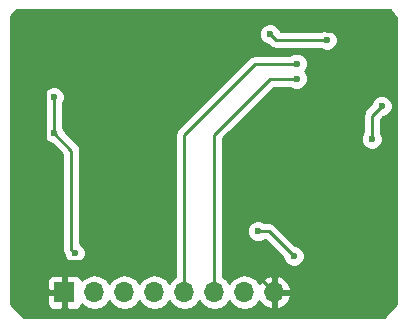
<source format=gbl>
G04 #@! TF.FileFunction,Copper,L2,Bot,Signal*
%FSLAX46Y46*%
G04 Gerber Fmt 4.6, Leading zero omitted, Abs format (unit mm)*
G04 Created by KiCad (PCBNEW 4.0.7) date Friday, February 23, 2018 'PMt' 12:04:00 PM*
%MOMM*%
%LPD*%
G01*
G04 APERTURE LIST*
%ADD10C,0.100000*%
%ADD11R,1.700000X1.700000*%
%ADD12O,1.700000X1.700000*%
%ADD13C,0.600000*%
%ADD14C,0.250000*%
%ADD15C,0.254000*%
G04 APERTURE END LIST*
D10*
D11*
X106807000Y-116332000D03*
D12*
X109347000Y-116332000D03*
X111887000Y-116332000D03*
X114427000Y-116332000D03*
X116967000Y-116332000D03*
X119507000Y-116332000D03*
X122047000Y-116332000D03*
X124587000Y-116332000D03*
D13*
X133223000Y-94234000D03*
X128016000Y-93218000D03*
X123444000Y-93218000D03*
X118618000Y-96266000D03*
X115570000Y-113284000D03*
X122174000Y-113284000D03*
X111760000Y-112776000D03*
X105156000Y-113284000D03*
X105156000Y-107188000D03*
X104902000Y-94234000D03*
X104902000Y-98044000D03*
X123190000Y-111175000D03*
X126238000Y-113284000D03*
X126475000Y-98255000D03*
X126475000Y-96985000D03*
X133665000Y-100584000D03*
X132842000Y-103378000D03*
X129032000Y-94996000D03*
X124206000Y-94488000D03*
X107696000Y-113030000D03*
X105918000Y-99822000D03*
X105918000Y-102870000D03*
D14*
X128016000Y-93218000D02*
X129032000Y-94234000D01*
X129032000Y-94234000D02*
X133223000Y-94234000D01*
X121666000Y-93218000D02*
X123444000Y-93218000D01*
X118618000Y-96266000D02*
X121666000Y-93218000D01*
X115570000Y-113284000D02*
X112268000Y-113284000D01*
X112268000Y-113284000D02*
X111760000Y-112776000D01*
X124587000Y-116332000D02*
X122174000Y-113919000D01*
X122174000Y-113919000D02*
X122174000Y-113284000D01*
X111760000Y-112776000D02*
X110880999Y-113655001D01*
X110880999Y-113655001D02*
X105527001Y-113655001D01*
X105527001Y-113655001D02*
X105455999Y-113583999D01*
X105455999Y-113583999D02*
X105156000Y-113284000D01*
X105156000Y-113284000D02*
X105156000Y-107188000D01*
X105156000Y-107188000D02*
X105156000Y-98298000D01*
X105156000Y-98298000D02*
X104902000Y-98044000D01*
X104902000Y-98044000D02*
X104902000Y-94234000D01*
X126238000Y-113284000D02*
X124129000Y-111175000D01*
X124129000Y-111175000D02*
X123190000Y-111175000D01*
X119507000Y-116332000D02*
X119507000Y-102997000D01*
X119507000Y-102997000D02*
X124249000Y-98255000D01*
X124249000Y-98255000D02*
X126475000Y-98255000D01*
X122936000Y-97028000D02*
X126432000Y-97028000D01*
X126432000Y-97028000D02*
X126475000Y-96985000D01*
X116967000Y-102997000D02*
X122936000Y-97028000D01*
X116967000Y-116332000D02*
X116967000Y-102997000D01*
X132842000Y-103378000D02*
X132842000Y-101407000D01*
X132842000Y-101407000D02*
X133665000Y-100584000D01*
X124206000Y-94488000D02*
X124714000Y-94996000D01*
X124714000Y-94996000D02*
X129032000Y-94996000D01*
X107396001Y-112730001D02*
X107396001Y-104348001D01*
X107396001Y-104348001D02*
X105918000Y-102870000D01*
X107696000Y-113030000D02*
X107396001Y-112730001D01*
X105918000Y-102870000D02*
X105918000Y-99822000D01*
D15*
G36*
X134369740Y-92418654D02*
X134926000Y-93160333D01*
X134926000Y-117370394D01*
X133880394Y-118416000D01*
X103355606Y-118416000D01*
X102310000Y-117370394D01*
X102310000Y-116617750D01*
X105322000Y-116617750D01*
X105322000Y-117308309D01*
X105418673Y-117541698D01*
X105597301Y-117720327D01*
X105830690Y-117817000D01*
X106521250Y-117817000D01*
X106680000Y-117658250D01*
X106680000Y-116459000D01*
X105480750Y-116459000D01*
X105322000Y-116617750D01*
X102310000Y-116617750D01*
X102310000Y-115355691D01*
X105322000Y-115355691D01*
X105322000Y-116046250D01*
X105480750Y-116205000D01*
X106680000Y-116205000D01*
X106680000Y-115005750D01*
X106934000Y-115005750D01*
X106934000Y-116205000D01*
X106954000Y-116205000D01*
X106954000Y-116459000D01*
X106934000Y-116459000D01*
X106934000Y-117658250D01*
X107092750Y-117817000D01*
X107783310Y-117817000D01*
X108016699Y-117720327D01*
X108195327Y-117541698D01*
X108267597Y-117367223D01*
X108296946Y-117411147D01*
X108778715Y-117733054D01*
X109347000Y-117846093D01*
X109915285Y-117733054D01*
X110397054Y-117411147D01*
X110617000Y-117081974D01*
X110836946Y-117411147D01*
X111318715Y-117733054D01*
X111887000Y-117846093D01*
X112455285Y-117733054D01*
X112937054Y-117411147D01*
X113157000Y-117081974D01*
X113376946Y-117411147D01*
X113858715Y-117733054D01*
X114427000Y-117846093D01*
X114995285Y-117733054D01*
X115477054Y-117411147D01*
X115697000Y-117081974D01*
X115916946Y-117411147D01*
X116398715Y-117733054D01*
X116967000Y-117846093D01*
X117535285Y-117733054D01*
X118017054Y-117411147D01*
X118237000Y-117081974D01*
X118456946Y-117411147D01*
X118938715Y-117733054D01*
X119507000Y-117846093D01*
X120075285Y-117733054D01*
X120557054Y-117411147D01*
X120777000Y-117081974D01*
X120996946Y-117411147D01*
X121478715Y-117733054D01*
X122047000Y-117846093D01*
X122615285Y-117733054D01*
X123097054Y-117411147D01*
X123324702Y-117070447D01*
X123391817Y-117213358D01*
X123820076Y-117603645D01*
X124230110Y-117773476D01*
X124460000Y-117652155D01*
X124460000Y-116459000D01*
X124714000Y-116459000D01*
X124714000Y-117652155D01*
X124943890Y-117773476D01*
X125353924Y-117603645D01*
X125782183Y-117213358D01*
X126028486Y-116688892D01*
X125907819Y-116459000D01*
X124714000Y-116459000D01*
X124460000Y-116459000D01*
X124440000Y-116459000D01*
X124440000Y-116205000D01*
X124460000Y-116205000D01*
X124460000Y-115011845D01*
X124714000Y-115011845D01*
X124714000Y-116205000D01*
X125907819Y-116205000D01*
X126028486Y-115975108D01*
X125782183Y-115450642D01*
X125353924Y-115060355D01*
X124943890Y-114890524D01*
X124714000Y-115011845D01*
X124460000Y-115011845D01*
X124230110Y-114890524D01*
X123820076Y-115060355D01*
X123391817Y-115450642D01*
X123324702Y-115593553D01*
X123097054Y-115252853D01*
X122615285Y-114930946D01*
X122047000Y-114817907D01*
X121478715Y-114930946D01*
X120996946Y-115252853D01*
X120777000Y-115582026D01*
X120557054Y-115252853D01*
X120267000Y-115059046D01*
X120267000Y-111360167D01*
X122254838Y-111360167D01*
X122396883Y-111703943D01*
X122659673Y-111967192D01*
X123003201Y-112109838D01*
X123375167Y-112110162D01*
X123718943Y-111968117D01*
X123752118Y-111935000D01*
X123814198Y-111935000D01*
X125302878Y-113423680D01*
X125302838Y-113469167D01*
X125444883Y-113812943D01*
X125707673Y-114076192D01*
X126051201Y-114218838D01*
X126423167Y-114219162D01*
X126766943Y-114077117D01*
X127030192Y-113814327D01*
X127172838Y-113470799D01*
X127173162Y-113098833D01*
X127031117Y-112755057D01*
X126768327Y-112491808D01*
X126424799Y-112349162D01*
X126377923Y-112349121D01*
X124666401Y-110637599D01*
X124419839Y-110472852D01*
X124129000Y-110415000D01*
X123752463Y-110415000D01*
X123720327Y-110382808D01*
X123376799Y-110240162D01*
X123004833Y-110239838D01*
X122661057Y-110381883D01*
X122397808Y-110644673D01*
X122255162Y-110988201D01*
X122254838Y-111360167D01*
X120267000Y-111360167D01*
X120267000Y-103563167D01*
X131906838Y-103563167D01*
X132048883Y-103906943D01*
X132311673Y-104170192D01*
X132655201Y-104312838D01*
X133027167Y-104313162D01*
X133370943Y-104171117D01*
X133634192Y-103908327D01*
X133776838Y-103564799D01*
X133777162Y-103192833D01*
X133635117Y-102849057D01*
X133602000Y-102815882D01*
X133602000Y-101721802D01*
X133804680Y-101519122D01*
X133850167Y-101519162D01*
X134193943Y-101377117D01*
X134457192Y-101114327D01*
X134599838Y-100770799D01*
X134600162Y-100398833D01*
X134458117Y-100055057D01*
X134195327Y-99791808D01*
X133851799Y-99649162D01*
X133479833Y-99648838D01*
X133136057Y-99790883D01*
X132872808Y-100053673D01*
X132730162Y-100397201D01*
X132730121Y-100444077D01*
X132304599Y-100869599D01*
X132139852Y-101116161D01*
X132082000Y-101407000D01*
X132082000Y-102815537D01*
X132049808Y-102847673D01*
X131907162Y-103191201D01*
X131906838Y-103563167D01*
X120267000Y-103563167D01*
X120267000Y-103311802D01*
X124563802Y-99015000D01*
X125912537Y-99015000D01*
X125944673Y-99047192D01*
X126288201Y-99189838D01*
X126660167Y-99190162D01*
X127003943Y-99048117D01*
X127267192Y-98785327D01*
X127409838Y-98441799D01*
X127410162Y-98069833D01*
X127268117Y-97726057D01*
X127162290Y-97620046D01*
X127267192Y-97515327D01*
X127409838Y-97171799D01*
X127410162Y-96799833D01*
X127268117Y-96456057D01*
X127005327Y-96192808D01*
X126661799Y-96050162D01*
X126289833Y-96049838D01*
X125946057Y-96191883D01*
X125869807Y-96268000D01*
X122936000Y-96268000D01*
X122645161Y-96325852D01*
X122398599Y-96490599D01*
X116429599Y-102459599D01*
X116264852Y-102706161D01*
X116207000Y-102997000D01*
X116207000Y-115059046D01*
X115916946Y-115252853D01*
X115697000Y-115582026D01*
X115477054Y-115252853D01*
X114995285Y-114930946D01*
X114427000Y-114817907D01*
X113858715Y-114930946D01*
X113376946Y-115252853D01*
X113157000Y-115582026D01*
X112937054Y-115252853D01*
X112455285Y-114930946D01*
X111887000Y-114817907D01*
X111318715Y-114930946D01*
X110836946Y-115252853D01*
X110617000Y-115582026D01*
X110397054Y-115252853D01*
X109915285Y-114930946D01*
X109347000Y-114817907D01*
X108778715Y-114930946D01*
X108296946Y-115252853D01*
X108267597Y-115296777D01*
X108195327Y-115122302D01*
X108016699Y-114943673D01*
X107783310Y-114847000D01*
X107092750Y-114847000D01*
X106934000Y-115005750D01*
X106680000Y-115005750D01*
X106521250Y-114847000D01*
X105830690Y-114847000D01*
X105597301Y-114943673D01*
X105418673Y-115122302D01*
X105322000Y-115355691D01*
X102310000Y-115355691D01*
X102310000Y-100007167D01*
X104982838Y-100007167D01*
X105124883Y-100350943D01*
X105158000Y-100384118D01*
X105158000Y-102307537D01*
X105125808Y-102339673D01*
X104983162Y-102683201D01*
X104982838Y-103055167D01*
X105124883Y-103398943D01*
X105387673Y-103662192D01*
X105731201Y-103804838D01*
X105778077Y-103804879D01*
X106636001Y-104662803D01*
X106636001Y-112730001D01*
X106693853Y-113020840D01*
X106760920Y-113121213D01*
X106760838Y-113215167D01*
X106902883Y-113558943D01*
X107165673Y-113822192D01*
X107509201Y-113964838D01*
X107881167Y-113965162D01*
X108224943Y-113823117D01*
X108488192Y-113560327D01*
X108630838Y-113216799D01*
X108631162Y-112844833D01*
X108489117Y-112501057D01*
X108226327Y-112237808D01*
X108156001Y-112208606D01*
X108156001Y-104348001D01*
X108098149Y-104057162D01*
X107933402Y-103810600D01*
X106853122Y-102730320D01*
X106853162Y-102684833D01*
X106711117Y-102341057D01*
X106678000Y-102307882D01*
X106678000Y-100384463D01*
X106710192Y-100352327D01*
X106852838Y-100008799D01*
X106853162Y-99636833D01*
X106711117Y-99293057D01*
X106448327Y-99029808D01*
X106104799Y-98887162D01*
X105732833Y-98886838D01*
X105389057Y-99028883D01*
X105125808Y-99291673D01*
X104983162Y-99635201D01*
X104982838Y-100007167D01*
X102310000Y-100007167D01*
X102310000Y-94673167D01*
X123270838Y-94673167D01*
X123412883Y-95016943D01*
X123675673Y-95280192D01*
X124019201Y-95422838D01*
X124066077Y-95422879D01*
X124176599Y-95533401D01*
X124423161Y-95698148D01*
X124714000Y-95756000D01*
X128469537Y-95756000D01*
X128501673Y-95788192D01*
X128845201Y-95930838D01*
X129217167Y-95931162D01*
X129560943Y-95789117D01*
X129824192Y-95526327D01*
X129966838Y-95182799D01*
X129967162Y-94810833D01*
X129825117Y-94467057D01*
X129562327Y-94203808D01*
X129218799Y-94061162D01*
X128846833Y-94060838D01*
X128503057Y-94202883D01*
X128469882Y-94236000D01*
X125113547Y-94236000D01*
X124999117Y-93959057D01*
X124736327Y-93695808D01*
X124392799Y-93553162D01*
X124020833Y-93552838D01*
X123677057Y-93694883D01*
X123413808Y-93957673D01*
X123271162Y-94301201D01*
X123270838Y-94673167D01*
X102310000Y-94673167D01*
X102310000Y-93033930D01*
X102332924Y-92918682D01*
X102824681Y-92426925D01*
X102939931Y-92404000D01*
X134296070Y-92404000D01*
X134369740Y-92418654D01*
X134369740Y-92418654D01*
G37*
X134369740Y-92418654D02*
X134926000Y-93160333D01*
X134926000Y-117370394D01*
X133880394Y-118416000D01*
X103355606Y-118416000D01*
X102310000Y-117370394D01*
X102310000Y-116617750D01*
X105322000Y-116617750D01*
X105322000Y-117308309D01*
X105418673Y-117541698D01*
X105597301Y-117720327D01*
X105830690Y-117817000D01*
X106521250Y-117817000D01*
X106680000Y-117658250D01*
X106680000Y-116459000D01*
X105480750Y-116459000D01*
X105322000Y-116617750D01*
X102310000Y-116617750D01*
X102310000Y-115355691D01*
X105322000Y-115355691D01*
X105322000Y-116046250D01*
X105480750Y-116205000D01*
X106680000Y-116205000D01*
X106680000Y-115005750D01*
X106934000Y-115005750D01*
X106934000Y-116205000D01*
X106954000Y-116205000D01*
X106954000Y-116459000D01*
X106934000Y-116459000D01*
X106934000Y-117658250D01*
X107092750Y-117817000D01*
X107783310Y-117817000D01*
X108016699Y-117720327D01*
X108195327Y-117541698D01*
X108267597Y-117367223D01*
X108296946Y-117411147D01*
X108778715Y-117733054D01*
X109347000Y-117846093D01*
X109915285Y-117733054D01*
X110397054Y-117411147D01*
X110617000Y-117081974D01*
X110836946Y-117411147D01*
X111318715Y-117733054D01*
X111887000Y-117846093D01*
X112455285Y-117733054D01*
X112937054Y-117411147D01*
X113157000Y-117081974D01*
X113376946Y-117411147D01*
X113858715Y-117733054D01*
X114427000Y-117846093D01*
X114995285Y-117733054D01*
X115477054Y-117411147D01*
X115697000Y-117081974D01*
X115916946Y-117411147D01*
X116398715Y-117733054D01*
X116967000Y-117846093D01*
X117535285Y-117733054D01*
X118017054Y-117411147D01*
X118237000Y-117081974D01*
X118456946Y-117411147D01*
X118938715Y-117733054D01*
X119507000Y-117846093D01*
X120075285Y-117733054D01*
X120557054Y-117411147D01*
X120777000Y-117081974D01*
X120996946Y-117411147D01*
X121478715Y-117733054D01*
X122047000Y-117846093D01*
X122615285Y-117733054D01*
X123097054Y-117411147D01*
X123324702Y-117070447D01*
X123391817Y-117213358D01*
X123820076Y-117603645D01*
X124230110Y-117773476D01*
X124460000Y-117652155D01*
X124460000Y-116459000D01*
X124714000Y-116459000D01*
X124714000Y-117652155D01*
X124943890Y-117773476D01*
X125353924Y-117603645D01*
X125782183Y-117213358D01*
X126028486Y-116688892D01*
X125907819Y-116459000D01*
X124714000Y-116459000D01*
X124460000Y-116459000D01*
X124440000Y-116459000D01*
X124440000Y-116205000D01*
X124460000Y-116205000D01*
X124460000Y-115011845D01*
X124714000Y-115011845D01*
X124714000Y-116205000D01*
X125907819Y-116205000D01*
X126028486Y-115975108D01*
X125782183Y-115450642D01*
X125353924Y-115060355D01*
X124943890Y-114890524D01*
X124714000Y-115011845D01*
X124460000Y-115011845D01*
X124230110Y-114890524D01*
X123820076Y-115060355D01*
X123391817Y-115450642D01*
X123324702Y-115593553D01*
X123097054Y-115252853D01*
X122615285Y-114930946D01*
X122047000Y-114817907D01*
X121478715Y-114930946D01*
X120996946Y-115252853D01*
X120777000Y-115582026D01*
X120557054Y-115252853D01*
X120267000Y-115059046D01*
X120267000Y-111360167D01*
X122254838Y-111360167D01*
X122396883Y-111703943D01*
X122659673Y-111967192D01*
X123003201Y-112109838D01*
X123375167Y-112110162D01*
X123718943Y-111968117D01*
X123752118Y-111935000D01*
X123814198Y-111935000D01*
X125302878Y-113423680D01*
X125302838Y-113469167D01*
X125444883Y-113812943D01*
X125707673Y-114076192D01*
X126051201Y-114218838D01*
X126423167Y-114219162D01*
X126766943Y-114077117D01*
X127030192Y-113814327D01*
X127172838Y-113470799D01*
X127173162Y-113098833D01*
X127031117Y-112755057D01*
X126768327Y-112491808D01*
X126424799Y-112349162D01*
X126377923Y-112349121D01*
X124666401Y-110637599D01*
X124419839Y-110472852D01*
X124129000Y-110415000D01*
X123752463Y-110415000D01*
X123720327Y-110382808D01*
X123376799Y-110240162D01*
X123004833Y-110239838D01*
X122661057Y-110381883D01*
X122397808Y-110644673D01*
X122255162Y-110988201D01*
X122254838Y-111360167D01*
X120267000Y-111360167D01*
X120267000Y-103563167D01*
X131906838Y-103563167D01*
X132048883Y-103906943D01*
X132311673Y-104170192D01*
X132655201Y-104312838D01*
X133027167Y-104313162D01*
X133370943Y-104171117D01*
X133634192Y-103908327D01*
X133776838Y-103564799D01*
X133777162Y-103192833D01*
X133635117Y-102849057D01*
X133602000Y-102815882D01*
X133602000Y-101721802D01*
X133804680Y-101519122D01*
X133850167Y-101519162D01*
X134193943Y-101377117D01*
X134457192Y-101114327D01*
X134599838Y-100770799D01*
X134600162Y-100398833D01*
X134458117Y-100055057D01*
X134195327Y-99791808D01*
X133851799Y-99649162D01*
X133479833Y-99648838D01*
X133136057Y-99790883D01*
X132872808Y-100053673D01*
X132730162Y-100397201D01*
X132730121Y-100444077D01*
X132304599Y-100869599D01*
X132139852Y-101116161D01*
X132082000Y-101407000D01*
X132082000Y-102815537D01*
X132049808Y-102847673D01*
X131907162Y-103191201D01*
X131906838Y-103563167D01*
X120267000Y-103563167D01*
X120267000Y-103311802D01*
X124563802Y-99015000D01*
X125912537Y-99015000D01*
X125944673Y-99047192D01*
X126288201Y-99189838D01*
X126660167Y-99190162D01*
X127003943Y-99048117D01*
X127267192Y-98785327D01*
X127409838Y-98441799D01*
X127410162Y-98069833D01*
X127268117Y-97726057D01*
X127162290Y-97620046D01*
X127267192Y-97515327D01*
X127409838Y-97171799D01*
X127410162Y-96799833D01*
X127268117Y-96456057D01*
X127005327Y-96192808D01*
X126661799Y-96050162D01*
X126289833Y-96049838D01*
X125946057Y-96191883D01*
X125869807Y-96268000D01*
X122936000Y-96268000D01*
X122645161Y-96325852D01*
X122398599Y-96490599D01*
X116429599Y-102459599D01*
X116264852Y-102706161D01*
X116207000Y-102997000D01*
X116207000Y-115059046D01*
X115916946Y-115252853D01*
X115697000Y-115582026D01*
X115477054Y-115252853D01*
X114995285Y-114930946D01*
X114427000Y-114817907D01*
X113858715Y-114930946D01*
X113376946Y-115252853D01*
X113157000Y-115582026D01*
X112937054Y-115252853D01*
X112455285Y-114930946D01*
X111887000Y-114817907D01*
X111318715Y-114930946D01*
X110836946Y-115252853D01*
X110617000Y-115582026D01*
X110397054Y-115252853D01*
X109915285Y-114930946D01*
X109347000Y-114817907D01*
X108778715Y-114930946D01*
X108296946Y-115252853D01*
X108267597Y-115296777D01*
X108195327Y-115122302D01*
X108016699Y-114943673D01*
X107783310Y-114847000D01*
X107092750Y-114847000D01*
X106934000Y-115005750D01*
X106680000Y-115005750D01*
X106521250Y-114847000D01*
X105830690Y-114847000D01*
X105597301Y-114943673D01*
X105418673Y-115122302D01*
X105322000Y-115355691D01*
X102310000Y-115355691D01*
X102310000Y-100007167D01*
X104982838Y-100007167D01*
X105124883Y-100350943D01*
X105158000Y-100384118D01*
X105158000Y-102307537D01*
X105125808Y-102339673D01*
X104983162Y-102683201D01*
X104982838Y-103055167D01*
X105124883Y-103398943D01*
X105387673Y-103662192D01*
X105731201Y-103804838D01*
X105778077Y-103804879D01*
X106636001Y-104662803D01*
X106636001Y-112730001D01*
X106693853Y-113020840D01*
X106760920Y-113121213D01*
X106760838Y-113215167D01*
X106902883Y-113558943D01*
X107165673Y-113822192D01*
X107509201Y-113964838D01*
X107881167Y-113965162D01*
X108224943Y-113823117D01*
X108488192Y-113560327D01*
X108630838Y-113216799D01*
X108631162Y-112844833D01*
X108489117Y-112501057D01*
X108226327Y-112237808D01*
X108156001Y-112208606D01*
X108156001Y-104348001D01*
X108098149Y-104057162D01*
X107933402Y-103810600D01*
X106853122Y-102730320D01*
X106853162Y-102684833D01*
X106711117Y-102341057D01*
X106678000Y-102307882D01*
X106678000Y-100384463D01*
X106710192Y-100352327D01*
X106852838Y-100008799D01*
X106853162Y-99636833D01*
X106711117Y-99293057D01*
X106448327Y-99029808D01*
X106104799Y-98887162D01*
X105732833Y-98886838D01*
X105389057Y-99028883D01*
X105125808Y-99291673D01*
X104983162Y-99635201D01*
X104982838Y-100007167D01*
X102310000Y-100007167D01*
X102310000Y-94673167D01*
X123270838Y-94673167D01*
X123412883Y-95016943D01*
X123675673Y-95280192D01*
X124019201Y-95422838D01*
X124066077Y-95422879D01*
X124176599Y-95533401D01*
X124423161Y-95698148D01*
X124714000Y-95756000D01*
X128469537Y-95756000D01*
X128501673Y-95788192D01*
X128845201Y-95930838D01*
X129217167Y-95931162D01*
X129560943Y-95789117D01*
X129824192Y-95526327D01*
X129966838Y-95182799D01*
X129967162Y-94810833D01*
X129825117Y-94467057D01*
X129562327Y-94203808D01*
X129218799Y-94061162D01*
X128846833Y-94060838D01*
X128503057Y-94202883D01*
X128469882Y-94236000D01*
X125113547Y-94236000D01*
X124999117Y-93959057D01*
X124736327Y-93695808D01*
X124392799Y-93553162D01*
X124020833Y-93552838D01*
X123677057Y-93694883D01*
X123413808Y-93957673D01*
X123271162Y-94301201D01*
X123270838Y-94673167D01*
X102310000Y-94673167D01*
X102310000Y-93033930D01*
X102332924Y-92918682D01*
X102824681Y-92426925D01*
X102939931Y-92404000D01*
X134296070Y-92404000D01*
X134369740Y-92418654D01*
M02*

</source>
